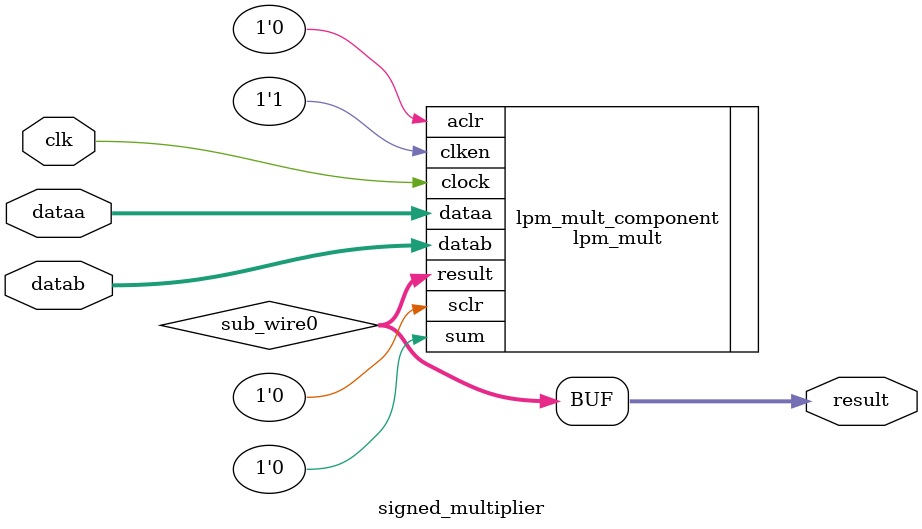
<source format=v>
/*
** signed_multiplier.v
**
**
** --> Codigo do modulo multiplicador que recebe valores sinalizados
** --> 
** -->      
*/
// synopsys translate_off
`timescale 1 ps / 1 ps

// synopsys translate_on
(* multstyle = "dsp" *) module signed_multiplier #( parameter DATA_WIDTH=32, parameter END_IDX=DATA_WIDTH-1, parameter END_IDX2=(2*DATA_WIDTH)-1 ) 
				  ( clk, dataa, datab, result );
//-----------------------------------------------------------------------------------------
	input	             clk;
	input	[END_IDX:0]  dataa;
	input	[END_IDX:0]  datab;
	output[END_IDX2:0] result;
//-----------------------------------------------------------------------------------------
	wire [END_IDX2:0] sub_wire0;
	//wire [END_IDX2:0] result = sub_wire0[END_IDX2:0];
	assign result = sub_wire0[END_IDX2:0];
	
	lpm_mult	lpm_mult_component ( .clock( clk ),
						   .dataa( dataa ),
				               .datab( datab ),
				               .result( sub_wire0 ),
				               .aclr( 1'b0 ),
				               .clken( 1'b1 ),
				               .sclr( 1'b0 ),
				               .sum( 1'b0 )  );
	defparam
		lpm_mult_component.lpm_hint = "MAXIMIZE_SPEED=5",
		lpm_mult_component.lpm_type = "LPM_MULT",
		lpm_mult_component.lpm_representation = "SIGNED",
		lpm_mult_component.lpm_pipeline = 1,
		lpm_mult_component.lpm_widtha = DATA_WIDTH,
		lpm_mult_component.lpm_widthb = DATA_WIDTH,
		//lpm_mult_component.lpm_widths = DATA_WIDTH,
		lpm_mult_component.lpm_widthp = (DATA_WIDTH*2);
endmodule

// ============================================================
// CNX file retrieval info
// ============================================================
// Retrieval info: PRIVATE: AutoSizeResult NUMERIC "0"
// Retrieval info: PRIVATE: B_isConstant NUMERIC "0"
// Retrieval info: PRIVATE: ConstantB NUMERIC "0"
// Retrieval info: PRIVATE: INTENDED_DEVICE_FAMILY STRING "MAX 10"
// Retrieval info: PRIVATE: LPM_PIPELINE NUMERIC "1"
// Retrieval info: PRIVATE: Latency NUMERIC "1"
// Retrieval info: PRIVATE: SYNTH_WRAPPER_GEN_POSTFIX STRING "1"
// Retrieval info: PRIVATE: SignedMult NUMERIC "1"
// Retrieval info: PRIVATE: USE_MULT NUMERIC "1"
// Retrieval info: PRIVATE: ValidConstant NUMERIC "0"
// Retrieval info: PRIVATE: WidthA NUMERIC "32"
// Retrieval info: PRIVATE: WidthB NUMERIC "32"
// Retrieval info: PRIVATE: WidthP NUMERIC "64"
// Retrieval info: PRIVATE: aclr NUMERIC "0"
// Retrieval info: PRIVATE: clken NUMERIC "0"
// Retrieval info: PRIVATE: new_diagram STRING "1"
// Retrieval info: PRIVATE: optimize NUMERIC "0"
// Retrieval info: LIBRARY: lpm lpm.lpm_components.all
// Retrieval info: CONSTANT: LPM_HINT STRING "MAXIMIZE_SPEED=5"
// Retrieval info: CONSTANT: LPM_PIPELINE NUMERIC "1"
// Retrieval info: CONSTANT: LPM_REPRESENTATION STRING "SIGNED"
// Retrieval info: CONSTANT: LPM_TYPE STRING "LPM_MULT"
// Retrieval info: CONSTANT: LPM_WIDTHA NUMERIC "32"
// Retrieval info: CONSTANT: LPM_WIDTHB NUMERIC "32"
// Retrieval info: CONSTANT: LPM_WIDTHP NUMERIC "64"
// Retrieval info: USED_PORT: clock 0 0 0 0 INPUT NODEFVAL "clock"
// Retrieval info: USED_PORT: dataa 0 0 32 0 INPUT NODEFVAL "dataa[31..0]"
// Retrieval info: USED_PORT: datab 0 0 32 0 INPUT NODEFVAL "datab[31..0]"
// Retrieval info: USED_PORT: result 0 0 64 0 OUTPUT NODEFVAL "result[63..0]"
// Retrieval info: CONNECT: @clock 0 0 0 0 clock 0 0 0 0
// Retrieval info: CONNECT: @dataa 0 0 32 0 dataa 0 0 32 0
// Retrieval info: CONNECT: @datab 0 0 32 0 datab 0 0 32 0
// Retrieval info: CONNECT: result 0 0 64 0 @result 0 0 64 0
// Retrieval info: GEN_FILE: TYPE_NORMAL MultSigned.v TRUE
// Retrieval info: GEN_FILE: TYPE_NORMAL MultSigned.inc FALSE
// Retrieval info: GEN_FILE: TYPE_NORMAL MultSigned.cmp FALSE
// Retrieval info: GEN_FILE: TYPE_NORMAL MultSigned.bsf FALSE
// Retrieval info: GEN_FILE: TYPE_NORMAL MultSigned_inst.v FALSE
// Retrieval info: GEN_FILE: TYPE_NORMAL MultSigned_bb.v TRUE
// Retrieval info: GEN_FILE: TYPE_NORMAL MultSigned_syn.v TRUE
// Retrieval info: LIB_FILE: lpm

</source>
